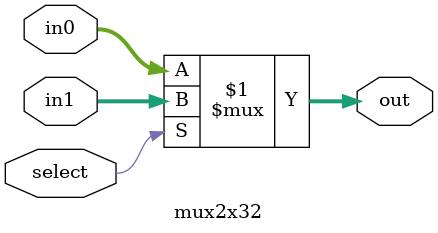
<source format=v>
module mux2x32 (in0, in1, select, out);
    input   [31:0]  in0, in1;
    input           select;

    output  [31:0]  out;

    assign out = select ? in1 : in0;
endmodule

</source>
